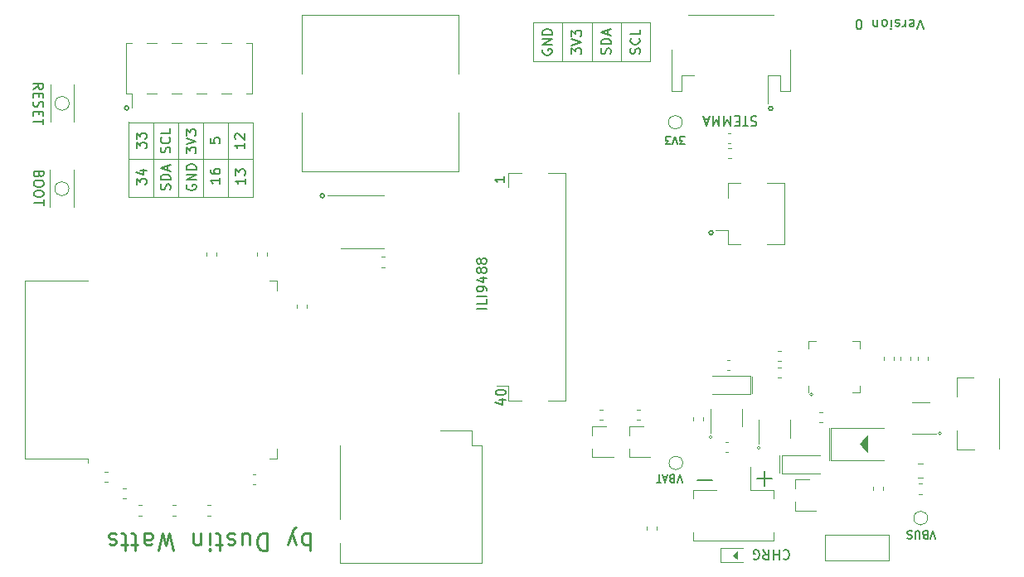
<source format=gbr>
%TF.GenerationSoftware,KiCad,Pcbnew,(5.1.6-0)*%
%TF.CreationDate,2020-10-12T19:17:27+02:00*%
%TF.ProjectId,ESP32_TFT,45535033-325f-4544-9654-2e6b69636164,rev?*%
%TF.SameCoordinates,Original*%
%TF.FileFunction,Legend,Top*%
%TF.FilePolarity,Positive*%
%FSLAX46Y46*%
G04 Gerber Fmt 4.6, Leading zero omitted, Abs format (unit mm)*
G04 Created by KiCad (PCBNEW (5.1.6-0)) date 2020-10-12 19:17:27*
%MOMM*%
%LPD*%
G01*
G04 APERTURE LIST*
%ADD10C,0.150000*%
%ADD11C,0.100000*%
%ADD12C,0.120000*%
%ADD13C,0.200000*%
%ADD14C,0.250000*%
G04 APERTURE END LIST*
D10*
X86535714Y-77095714D02*
X87202380Y-77095714D01*
X86154761Y-77333809D02*
X86869047Y-77571904D01*
X86869047Y-76952857D01*
X86202380Y-76381428D02*
X86202380Y-76286190D01*
X86250000Y-76190952D01*
X86297619Y-76143333D01*
X86392857Y-76095714D01*
X86583333Y-76048095D01*
X86821428Y-76048095D01*
X87011904Y-76095714D01*
X87107142Y-76143333D01*
X87154761Y-76190952D01*
X87202380Y-76286190D01*
X87202380Y-76381428D01*
X87154761Y-76476666D01*
X87107142Y-76524285D01*
X87011904Y-76571904D01*
X86821428Y-76619523D01*
X86583333Y-76619523D01*
X86392857Y-76571904D01*
X86297619Y-76524285D01*
X86250000Y-76476666D01*
X86202380Y-76381428D01*
X87102380Y-54254285D02*
X87102380Y-54825714D01*
X87102380Y-54540000D02*
X86102380Y-54540000D01*
X86245238Y-54635238D01*
X86340476Y-54730476D01*
X86388095Y-54825714D01*
X115564285Y-92532857D02*
X115611904Y-92485238D01*
X115754761Y-92437619D01*
X115850000Y-92437619D01*
X115992857Y-92485238D01*
X116088095Y-92580476D01*
X116135714Y-92675714D01*
X116183333Y-92866190D01*
X116183333Y-93009047D01*
X116135714Y-93199523D01*
X116088095Y-93294761D01*
X115992857Y-93390000D01*
X115850000Y-93437619D01*
X115754761Y-93437619D01*
X115611904Y-93390000D01*
X115564285Y-93342380D01*
X115135714Y-92437619D02*
X115135714Y-93437619D01*
X115135714Y-92961428D02*
X114564285Y-92961428D01*
X114564285Y-92437619D02*
X114564285Y-93437619D01*
X113516666Y-92437619D02*
X113850000Y-92913809D01*
X114088095Y-92437619D02*
X114088095Y-93437619D01*
X113707142Y-93437619D01*
X113611904Y-93390000D01*
X113564285Y-93342380D01*
X113516666Y-93247142D01*
X113516666Y-93104285D01*
X113564285Y-93009047D01*
X113611904Y-92961428D01*
X113707142Y-92913809D01*
X114088095Y-92913809D01*
X112564285Y-93390000D02*
X112659523Y-93437619D01*
X112802380Y-93437619D01*
X112945238Y-93390000D01*
X113040476Y-93294761D01*
X113088095Y-93199523D01*
X113135714Y-93009047D01*
X113135714Y-92866190D01*
X113088095Y-92675714D01*
X113040476Y-92580476D01*
X112945238Y-92485238D01*
X112802380Y-92437619D01*
X112707142Y-92437619D01*
X112564285Y-92485238D01*
X112516666Y-92532857D01*
X112516666Y-92866190D01*
X112707142Y-92866190D01*
D11*
G36*
X110850000Y-93370000D02*
G01*
X110460000Y-93000000D01*
X110850000Y-92610000D01*
X110850000Y-93370000D01*
G37*
X110850000Y-93370000D02*
X110460000Y-93000000D01*
X110850000Y-92610000D01*
X110850000Y-93370000D01*
G36*
X124130000Y-82380000D02*
G01*
X123440000Y-81610000D01*
X124130000Y-80800000D01*
X124130000Y-82380000D01*
G37*
X124130000Y-82380000D02*
X123440000Y-81610000D01*
X124130000Y-80800000D01*
X124130000Y-82380000D01*
D12*
X124150000Y-82460000D02*
X124150000Y-80740000D01*
X123430000Y-81640000D02*
X124150000Y-82460000D01*
X124150000Y-80740000D02*
X123410000Y-81610000D01*
X112410000Y-74700000D02*
X112410000Y-76420000D01*
X120210000Y-80010000D02*
X120210000Y-83270000D01*
X115200000Y-82810000D02*
X115200000Y-84530000D01*
D10*
X131106666Y-91308095D02*
X130840000Y-90508095D01*
X130573333Y-91308095D01*
X130040000Y-90927142D02*
X129925714Y-90889047D01*
X129887619Y-90850952D01*
X129849523Y-90774761D01*
X129849523Y-90660476D01*
X129887619Y-90584285D01*
X129925714Y-90546190D01*
X130001904Y-90508095D01*
X130306666Y-90508095D01*
X130306666Y-91308095D01*
X130040000Y-91308095D01*
X129963809Y-91270000D01*
X129925714Y-91231904D01*
X129887619Y-91155714D01*
X129887619Y-91079523D01*
X129925714Y-91003333D01*
X129963809Y-90965238D01*
X130040000Y-90927142D01*
X130306666Y-90927142D01*
X129506666Y-91308095D02*
X129506666Y-90660476D01*
X129468571Y-90584285D01*
X129430476Y-90546190D01*
X129354285Y-90508095D01*
X129201904Y-90508095D01*
X129125714Y-90546190D01*
X129087619Y-90584285D01*
X129049523Y-90660476D01*
X129049523Y-91308095D01*
X128706666Y-90546190D02*
X128592380Y-90508095D01*
X128401904Y-90508095D01*
X128325714Y-90546190D01*
X128287619Y-90584285D01*
X128249523Y-90660476D01*
X128249523Y-90736666D01*
X128287619Y-90812857D01*
X128325714Y-90850952D01*
X128401904Y-90889047D01*
X128554285Y-90927142D01*
X128630476Y-90965238D01*
X128668571Y-91003333D01*
X128706666Y-91079523D01*
X128706666Y-91155714D01*
X128668571Y-91231904D01*
X128630476Y-91270000D01*
X128554285Y-91308095D01*
X128363809Y-91308095D01*
X128249523Y-91270000D01*
X105254285Y-85528095D02*
X104987619Y-84728095D01*
X104720952Y-85528095D01*
X104187619Y-85147142D02*
X104073333Y-85109047D01*
X104035238Y-85070952D01*
X103997142Y-84994761D01*
X103997142Y-84880476D01*
X104035238Y-84804285D01*
X104073333Y-84766190D01*
X104149523Y-84728095D01*
X104454285Y-84728095D01*
X104454285Y-85528095D01*
X104187619Y-85528095D01*
X104111428Y-85490000D01*
X104073333Y-85451904D01*
X104035238Y-85375714D01*
X104035238Y-85299523D01*
X104073333Y-85223333D01*
X104111428Y-85185238D01*
X104187619Y-85147142D01*
X104454285Y-85147142D01*
X103692380Y-84956666D02*
X103311428Y-84956666D01*
X103768571Y-84728095D02*
X103501904Y-85528095D01*
X103235238Y-84728095D01*
X103082857Y-85528095D02*
X102625714Y-85528095D01*
X102854285Y-84728095D02*
X102854285Y-85528095D01*
X91000000Y-41261904D02*
X90952380Y-41357142D01*
X90952380Y-41500000D01*
X91000000Y-41642857D01*
X91095238Y-41738095D01*
X91190476Y-41785714D01*
X91380952Y-41833333D01*
X91523809Y-41833333D01*
X91714285Y-41785714D01*
X91809523Y-41738095D01*
X91904761Y-41642857D01*
X91952380Y-41500000D01*
X91952380Y-41404761D01*
X91904761Y-41261904D01*
X91857142Y-41214285D01*
X91523809Y-41214285D01*
X91523809Y-41404761D01*
X91952380Y-40785714D02*
X90952380Y-40785714D01*
X91952380Y-40214285D01*
X90952380Y-40214285D01*
X91952380Y-39738095D02*
X90952380Y-39738095D01*
X90952380Y-39500000D01*
X91000000Y-39357142D01*
X91095238Y-39261904D01*
X91190476Y-39214285D01*
X91380952Y-39166666D01*
X91523809Y-39166666D01*
X91714285Y-39214285D01*
X91809523Y-39261904D01*
X91904761Y-39357142D01*
X91952380Y-39500000D01*
X91952380Y-39738095D01*
X93952380Y-41738095D02*
X93952380Y-41119047D01*
X94333333Y-41452380D01*
X94333333Y-41309523D01*
X94380952Y-41214285D01*
X94428571Y-41166666D01*
X94523809Y-41119047D01*
X94761904Y-41119047D01*
X94857142Y-41166666D01*
X94904761Y-41214285D01*
X94952380Y-41309523D01*
X94952380Y-41595238D01*
X94904761Y-41690476D01*
X94857142Y-41738095D01*
X93952380Y-40833333D02*
X94952380Y-40500000D01*
X93952380Y-40166666D01*
X93952380Y-39928571D02*
X93952380Y-39309523D01*
X94333333Y-39642857D01*
X94333333Y-39500000D01*
X94380952Y-39404761D01*
X94428571Y-39357142D01*
X94523809Y-39309523D01*
X94761904Y-39309523D01*
X94857142Y-39357142D01*
X94904761Y-39404761D01*
X94952380Y-39500000D01*
X94952380Y-39785714D01*
X94904761Y-39880952D01*
X94857142Y-39928571D01*
X97904761Y-41714285D02*
X97952380Y-41571428D01*
X97952380Y-41333333D01*
X97904761Y-41238095D01*
X97857142Y-41190476D01*
X97761904Y-41142857D01*
X97666666Y-41142857D01*
X97571428Y-41190476D01*
X97523809Y-41238095D01*
X97476190Y-41333333D01*
X97428571Y-41523809D01*
X97380952Y-41619047D01*
X97333333Y-41666666D01*
X97238095Y-41714285D01*
X97142857Y-41714285D01*
X97047619Y-41666666D01*
X97000000Y-41619047D01*
X96952380Y-41523809D01*
X96952380Y-41285714D01*
X97000000Y-41142857D01*
X97952380Y-40714285D02*
X96952380Y-40714285D01*
X96952380Y-40476190D01*
X97000000Y-40333333D01*
X97095238Y-40238095D01*
X97190476Y-40190476D01*
X97380952Y-40142857D01*
X97523809Y-40142857D01*
X97714285Y-40190476D01*
X97809523Y-40238095D01*
X97904761Y-40333333D01*
X97952380Y-40476190D01*
X97952380Y-40714285D01*
X97666666Y-39761904D02*
X97666666Y-39285714D01*
X97952380Y-39857142D02*
X96952380Y-39523809D01*
X97952380Y-39190476D01*
X100904761Y-41690476D02*
X100952380Y-41547619D01*
X100952380Y-41309523D01*
X100904761Y-41214285D01*
X100857142Y-41166666D01*
X100761904Y-41119047D01*
X100666666Y-41119047D01*
X100571428Y-41166666D01*
X100523809Y-41214285D01*
X100476190Y-41309523D01*
X100428571Y-41500000D01*
X100380952Y-41595238D01*
X100333333Y-41642857D01*
X100238095Y-41690476D01*
X100142857Y-41690476D01*
X100047619Y-41642857D01*
X100000000Y-41595238D01*
X99952380Y-41500000D01*
X99952380Y-41261904D01*
X100000000Y-41119047D01*
X100857142Y-40119047D02*
X100904761Y-40166666D01*
X100952380Y-40309523D01*
X100952380Y-40404761D01*
X100904761Y-40547619D01*
X100809523Y-40642857D01*
X100714285Y-40690476D01*
X100523809Y-40738095D01*
X100380952Y-40738095D01*
X100190476Y-40690476D01*
X100095238Y-40642857D01*
X100000000Y-40547619D01*
X99952380Y-40404761D01*
X99952380Y-40309523D01*
X100000000Y-40166666D01*
X100047619Y-40119047D01*
X100952380Y-39214285D02*
X100952380Y-39690476D01*
X99952380Y-39690476D01*
D12*
X90000000Y-42500000D02*
X93000000Y-42500000D01*
X90000000Y-38500000D02*
X90000000Y-42500000D01*
X93000000Y-38500000D02*
X90000000Y-38500000D01*
X102000000Y-38500000D02*
X102000000Y-42500000D01*
X99000000Y-38500000D02*
X99000000Y-42500000D01*
X96000000Y-38500000D02*
X96000000Y-42500000D01*
X102000000Y-38500000D02*
X93000000Y-38500000D01*
X93000000Y-42500000D02*
X102000000Y-42500000D01*
X93000000Y-38500000D02*
X93000000Y-42500000D01*
D10*
X112858095Y-85162857D02*
X114381904Y-85162857D01*
X113620000Y-85924761D02*
X113620000Y-84400952D01*
X106748095Y-85302857D02*
X108271904Y-85302857D01*
D12*
X131722788Y-80530000D02*
G75*
G03*
X131722788Y-80530000I-162788J0D01*
G01*
X108302788Y-80880000D02*
G75*
G03*
X108302788Y-80880000I-162788J0D01*
G01*
X113212788Y-82000000D02*
G75*
G03*
X113212788Y-82000000I-162788J0D01*
G01*
X118612788Y-76540000D02*
G75*
G03*
X118612788Y-76540000I-162788J0D01*
G01*
D10*
X105490476Y-50938095D02*
X104995238Y-50938095D01*
X105261904Y-50633333D01*
X105147619Y-50633333D01*
X105071428Y-50595238D01*
X105033333Y-50557142D01*
X104995238Y-50480952D01*
X104995238Y-50290476D01*
X105033333Y-50214285D01*
X105071428Y-50176190D01*
X105147619Y-50138095D01*
X105376190Y-50138095D01*
X105452380Y-50176190D01*
X105490476Y-50214285D01*
X104766666Y-50938095D02*
X104500000Y-50138095D01*
X104233333Y-50938095D01*
X104042857Y-50938095D02*
X103547619Y-50938095D01*
X103814285Y-50633333D01*
X103700000Y-50633333D01*
X103623809Y-50595238D01*
X103585714Y-50557142D01*
X103547619Y-50480952D01*
X103547619Y-50290476D01*
X103585714Y-50214285D01*
X103623809Y-50176190D01*
X103700000Y-50138095D01*
X103928571Y-50138095D01*
X104004761Y-50176190D01*
X104042857Y-50214285D01*
D13*
X48715183Y-47250000D02*
G75*
G03*
X48715183Y-47250000I-205183J0D01*
G01*
X108395183Y-60010000D02*
G75*
G03*
X108395183Y-60010000I-205183J0D01*
G01*
X114485183Y-47290000D02*
G75*
G03*
X114485183Y-47290000I-205183J0D01*
G01*
X68695183Y-56220000D02*
G75*
G03*
X68695183Y-56220000I-205183J0D01*
G01*
D14*
X67252857Y-90725714D02*
X67252857Y-92525714D01*
X67252857Y-91840000D02*
X67081428Y-91925714D01*
X66738571Y-91925714D01*
X66567142Y-91840000D01*
X66481428Y-91754285D01*
X66395714Y-91582857D01*
X66395714Y-91068571D01*
X66481428Y-90897142D01*
X66567142Y-90811428D01*
X66738571Y-90725714D01*
X67081428Y-90725714D01*
X67252857Y-90811428D01*
X65795714Y-91925714D02*
X65367142Y-90725714D01*
X64938571Y-91925714D02*
X65367142Y-90725714D01*
X65538571Y-90297142D01*
X65624285Y-90211428D01*
X65795714Y-90125714D01*
X62881428Y-90725714D02*
X62881428Y-92525714D01*
X62452857Y-92525714D01*
X62195714Y-92440000D01*
X62024285Y-92268571D01*
X61938571Y-92097142D01*
X61852857Y-91754285D01*
X61852857Y-91497142D01*
X61938571Y-91154285D01*
X62024285Y-90982857D01*
X62195714Y-90811428D01*
X62452857Y-90725714D01*
X62881428Y-90725714D01*
X60310000Y-91925714D02*
X60310000Y-90725714D01*
X61081428Y-91925714D02*
X61081428Y-90982857D01*
X60995714Y-90811428D01*
X60824285Y-90725714D01*
X60567142Y-90725714D01*
X60395714Y-90811428D01*
X60310000Y-90897142D01*
X59538571Y-90811428D02*
X59367142Y-90725714D01*
X59024285Y-90725714D01*
X58852857Y-90811428D01*
X58767142Y-90982857D01*
X58767142Y-91068571D01*
X58852857Y-91240000D01*
X59024285Y-91325714D01*
X59281428Y-91325714D01*
X59452857Y-91411428D01*
X59538571Y-91582857D01*
X59538571Y-91668571D01*
X59452857Y-91840000D01*
X59281428Y-91925714D01*
X59024285Y-91925714D01*
X58852857Y-91840000D01*
X58252857Y-91925714D02*
X57567142Y-91925714D01*
X57995714Y-92525714D02*
X57995714Y-90982857D01*
X57910000Y-90811428D01*
X57738571Y-90725714D01*
X57567142Y-90725714D01*
X56967142Y-90725714D02*
X56967142Y-91925714D01*
X56967142Y-92525714D02*
X57052857Y-92440000D01*
X56967142Y-92354285D01*
X56881428Y-92440000D01*
X56967142Y-92525714D01*
X56967142Y-92354285D01*
X56110000Y-91925714D02*
X56110000Y-90725714D01*
X56110000Y-91754285D02*
X56024285Y-91840000D01*
X55852857Y-91925714D01*
X55595714Y-91925714D01*
X55424285Y-91840000D01*
X55338571Y-91668571D01*
X55338571Y-90725714D01*
X53281428Y-92525714D02*
X52852857Y-90725714D01*
X52510000Y-92011428D01*
X52167142Y-90725714D01*
X51738571Y-92525714D01*
X50281428Y-90725714D02*
X50281428Y-91668571D01*
X50367142Y-91840000D01*
X50538571Y-91925714D01*
X50881428Y-91925714D01*
X51052857Y-91840000D01*
X50281428Y-90811428D02*
X50452857Y-90725714D01*
X50881428Y-90725714D01*
X51052857Y-90811428D01*
X51138571Y-90982857D01*
X51138571Y-91154285D01*
X51052857Y-91325714D01*
X50881428Y-91411428D01*
X50452857Y-91411428D01*
X50281428Y-91497142D01*
X49681428Y-91925714D02*
X48995714Y-91925714D01*
X49424285Y-92525714D02*
X49424285Y-90982857D01*
X49338571Y-90811428D01*
X49167142Y-90725714D01*
X48995714Y-90725714D01*
X48652857Y-91925714D02*
X47967142Y-91925714D01*
X48395714Y-92525714D02*
X48395714Y-90982857D01*
X48310000Y-90811428D01*
X48138571Y-90725714D01*
X47967142Y-90725714D01*
X47452857Y-90811428D02*
X47281428Y-90725714D01*
X46938571Y-90725714D01*
X46767142Y-90811428D01*
X46681428Y-90982857D01*
X46681428Y-91068571D01*
X46767142Y-91240000D01*
X46938571Y-91325714D01*
X47195714Y-91325714D01*
X47367142Y-91411428D01*
X47452857Y-91582857D01*
X47452857Y-91668571D01*
X47367142Y-91840000D01*
X47195714Y-91925714D01*
X46938571Y-91925714D01*
X46767142Y-91840000D01*
D10*
X129866190Y-39207619D02*
X129532857Y-38207619D01*
X129199523Y-39207619D01*
X128485238Y-38255238D02*
X128580476Y-38207619D01*
X128770952Y-38207619D01*
X128866190Y-38255238D01*
X128913809Y-38350476D01*
X128913809Y-38731428D01*
X128866190Y-38826666D01*
X128770952Y-38874285D01*
X128580476Y-38874285D01*
X128485238Y-38826666D01*
X128437619Y-38731428D01*
X128437619Y-38636190D01*
X128913809Y-38540952D01*
X128009047Y-38207619D02*
X128009047Y-38874285D01*
X128009047Y-38683809D02*
X127961428Y-38779047D01*
X127913809Y-38826666D01*
X127818571Y-38874285D01*
X127723333Y-38874285D01*
X127437619Y-38255238D02*
X127342380Y-38207619D01*
X127151904Y-38207619D01*
X127056666Y-38255238D01*
X127009047Y-38350476D01*
X127009047Y-38398095D01*
X127056666Y-38493333D01*
X127151904Y-38540952D01*
X127294761Y-38540952D01*
X127390000Y-38588571D01*
X127437619Y-38683809D01*
X127437619Y-38731428D01*
X127390000Y-38826666D01*
X127294761Y-38874285D01*
X127151904Y-38874285D01*
X127056666Y-38826666D01*
X126580476Y-38207619D02*
X126580476Y-38874285D01*
X126580476Y-39207619D02*
X126628095Y-39160000D01*
X126580476Y-39112380D01*
X126532857Y-39160000D01*
X126580476Y-39207619D01*
X126580476Y-39112380D01*
X125961428Y-38207619D02*
X126056666Y-38255238D01*
X126104285Y-38302857D01*
X126151904Y-38398095D01*
X126151904Y-38683809D01*
X126104285Y-38779047D01*
X126056666Y-38826666D01*
X125961428Y-38874285D01*
X125818571Y-38874285D01*
X125723333Y-38826666D01*
X125675714Y-38779047D01*
X125628095Y-38683809D01*
X125628095Y-38398095D01*
X125675714Y-38302857D01*
X125723333Y-38255238D01*
X125818571Y-38207619D01*
X125961428Y-38207619D01*
X125199523Y-38874285D02*
X125199523Y-38207619D01*
X125199523Y-38779047D02*
X125151904Y-38826666D01*
X125056666Y-38874285D01*
X124913809Y-38874285D01*
X124818571Y-38826666D01*
X124770952Y-38731428D01*
X124770952Y-38207619D01*
X123342380Y-39207619D02*
X123247142Y-39207619D01*
X123151904Y-39160000D01*
X123104285Y-39112380D01*
X123056666Y-39017142D01*
X123009047Y-38826666D01*
X123009047Y-38588571D01*
X123056666Y-38398095D01*
X123104285Y-38302857D01*
X123151904Y-38255238D01*
X123247142Y-38207619D01*
X123342380Y-38207619D01*
X123437619Y-38255238D01*
X123485238Y-38302857D01*
X123532857Y-38398095D01*
X123580476Y-38588571D01*
X123580476Y-38826666D01*
X123532857Y-39017142D01*
X123485238Y-39112380D01*
X123437619Y-39160000D01*
X123342380Y-39207619D01*
X39007619Y-45307619D02*
X39483809Y-44974285D01*
X39007619Y-44736190D02*
X40007619Y-44736190D01*
X40007619Y-45117142D01*
X39960000Y-45212380D01*
X39912380Y-45260000D01*
X39817142Y-45307619D01*
X39674285Y-45307619D01*
X39579047Y-45260000D01*
X39531428Y-45212380D01*
X39483809Y-45117142D01*
X39483809Y-44736190D01*
X39531428Y-45736190D02*
X39531428Y-46069523D01*
X39007619Y-46212380D02*
X39007619Y-45736190D01*
X40007619Y-45736190D01*
X40007619Y-46212380D01*
X39055238Y-46593333D02*
X39007619Y-46736190D01*
X39007619Y-46974285D01*
X39055238Y-47069523D01*
X39102857Y-47117142D01*
X39198095Y-47164761D01*
X39293333Y-47164761D01*
X39388571Y-47117142D01*
X39436190Y-47069523D01*
X39483809Y-46974285D01*
X39531428Y-46783809D01*
X39579047Y-46688571D01*
X39626666Y-46640952D01*
X39721904Y-46593333D01*
X39817142Y-46593333D01*
X39912380Y-46640952D01*
X39960000Y-46688571D01*
X40007619Y-46783809D01*
X40007619Y-47021904D01*
X39960000Y-47164761D01*
X39531428Y-47593333D02*
X39531428Y-47926666D01*
X39007619Y-48069523D02*
X39007619Y-47593333D01*
X40007619Y-47593333D01*
X40007619Y-48069523D01*
X40007619Y-48355238D02*
X40007619Y-48926666D01*
X39007619Y-48640952D02*
X40007619Y-48640952D01*
X39571428Y-54022857D02*
X39523809Y-54165714D01*
X39476190Y-54213333D01*
X39380952Y-54260952D01*
X39238095Y-54260952D01*
X39142857Y-54213333D01*
X39095238Y-54165714D01*
X39047619Y-54070476D01*
X39047619Y-53689523D01*
X40047619Y-53689523D01*
X40047619Y-54022857D01*
X40000000Y-54118095D01*
X39952380Y-54165714D01*
X39857142Y-54213333D01*
X39761904Y-54213333D01*
X39666666Y-54165714D01*
X39619047Y-54118095D01*
X39571428Y-54022857D01*
X39571428Y-53689523D01*
X40047619Y-54880000D02*
X40047619Y-55070476D01*
X40000000Y-55165714D01*
X39904761Y-55260952D01*
X39714285Y-55308571D01*
X39380952Y-55308571D01*
X39190476Y-55260952D01*
X39095238Y-55165714D01*
X39047619Y-55070476D01*
X39047619Y-54880000D01*
X39095238Y-54784761D01*
X39190476Y-54689523D01*
X39380952Y-54641904D01*
X39714285Y-54641904D01*
X39904761Y-54689523D01*
X40000000Y-54784761D01*
X40047619Y-54880000D01*
X40047619Y-55927619D02*
X40047619Y-56118095D01*
X40000000Y-56213333D01*
X39904761Y-56308571D01*
X39714285Y-56356190D01*
X39380952Y-56356190D01*
X39190476Y-56308571D01*
X39095238Y-56213333D01*
X39047619Y-56118095D01*
X39047619Y-55927619D01*
X39095238Y-55832380D01*
X39190476Y-55737142D01*
X39380952Y-55689523D01*
X39714285Y-55689523D01*
X39904761Y-55737142D01*
X40000000Y-55832380D01*
X40047619Y-55927619D01*
X40047619Y-56641904D02*
X40047619Y-57213333D01*
X39047619Y-56927619D02*
X40047619Y-56927619D01*
X58062380Y-54400476D02*
X58062380Y-54971904D01*
X58062380Y-54686190D02*
X57062380Y-54686190D01*
X57205238Y-54781428D01*
X57300476Y-54876666D01*
X57348095Y-54971904D01*
X57062380Y-53543333D02*
X57062380Y-53733809D01*
X57110000Y-53829047D01*
X57157619Y-53876666D01*
X57300476Y-53971904D01*
X57490952Y-54019523D01*
X57871904Y-54019523D01*
X57967142Y-53971904D01*
X58014761Y-53924285D01*
X58062380Y-53829047D01*
X58062380Y-53638571D01*
X58014761Y-53543333D01*
X57967142Y-53495714D01*
X57871904Y-53448095D01*
X57633809Y-53448095D01*
X57538571Y-53495714D01*
X57490952Y-53543333D01*
X57443333Y-53638571D01*
X57443333Y-53829047D01*
X57490952Y-53924285D01*
X57538571Y-53971904D01*
X57633809Y-54019523D01*
X49532380Y-55079523D02*
X49532380Y-54460476D01*
X49913333Y-54793809D01*
X49913333Y-54650952D01*
X49960952Y-54555714D01*
X50008571Y-54508095D01*
X50103809Y-54460476D01*
X50341904Y-54460476D01*
X50437142Y-54508095D01*
X50484761Y-54555714D01*
X50532380Y-54650952D01*
X50532380Y-54936666D01*
X50484761Y-55031904D01*
X50437142Y-55079523D01*
X49865714Y-53603333D02*
X50532380Y-53603333D01*
X49484761Y-53841428D02*
X50199047Y-54079523D01*
X50199047Y-53460476D01*
X49532380Y-51379523D02*
X49532380Y-50760476D01*
X49913333Y-51093809D01*
X49913333Y-50950952D01*
X49960952Y-50855714D01*
X50008571Y-50808095D01*
X50103809Y-50760476D01*
X50341904Y-50760476D01*
X50437142Y-50808095D01*
X50484761Y-50855714D01*
X50532380Y-50950952D01*
X50532380Y-51236666D01*
X50484761Y-51331904D01*
X50437142Y-51379523D01*
X49532380Y-50427142D02*
X49532380Y-49808095D01*
X49913333Y-50141428D01*
X49913333Y-49998571D01*
X49960952Y-49903333D01*
X50008571Y-49855714D01*
X50103809Y-49808095D01*
X50341904Y-49808095D01*
X50437142Y-49855714D01*
X50484761Y-49903333D01*
X50532380Y-49998571D01*
X50532380Y-50284285D01*
X50484761Y-50379523D01*
X50437142Y-50427142D01*
X52924761Y-51820476D02*
X52972380Y-51677619D01*
X52972380Y-51439523D01*
X52924761Y-51344285D01*
X52877142Y-51296666D01*
X52781904Y-51249047D01*
X52686666Y-51249047D01*
X52591428Y-51296666D01*
X52543809Y-51344285D01*
X52496190Y-51439523D01*
X52448571Y-51630000D01*
X52400952Y-51725238D01*
X52353333Y-51772857D01*
X52258095Y-51820476D01*
X52162857Y-51820476D01*
X52067619Y-51772857D01*
X52020000Y-51725238D01*
X51972380Y-51630000D01*
X51972380Y-51391904D01*
X52020000Y-51249047D01*
X52877142Y-50249047D02*
X52924761Y-50296666D01*
X52972380Y-50439523D01*
X52972380Y-50534761D01*
X52924761Y-50677619D01*
X52829523Y-50772857D01*
X52734285Y-50820476D01*
X52543809Y-50868095D01*
X52400952Y-50868095D01*
X52210476Y-50820476D01*
X52115238Y-50772857D01*
X52020000Y-50677619D01*
X51972380Y-50534761D01*
X51972380Y-50439523D01*
X52020000Y-50296666D01*
X52067619Y-50249047D01*
X52972380Y-49344285D02*
X52972380Y-49820476D01*
X51972380Y-49820476D01*
X57062380Y-50331904D02*
X57062380Y-50808095D01*
X57538571Y-50855714D01*
X57490952Y-50808095D01*
X57443333Y-50712857D01*
X57443333Y-50474761D01*
X57490952Y-50379523D01*
X57538571Y-50331904D01*
X57633809Y-50284285D01*
X57871904Y-50284285D01*
X57967142Y-50331904D01*
X58014761Y-50379523D01*
X58062380Y-50474761D01*
X58062380Y-50712857D01*
X58014761Y-50808095D01*
X57967142Y-50855714D01*
X60552380Y-50820476D02*
X60552380Y-51391904D01*
X60552380Y-51106190D02*
X59552380Y-51106190D01*
X59695238Y-51201428D01*
X59790476Y-51296666D01*
X59838095Y-51391904D01*
X59647619Y-50439523D02*
X59600000Y-50391904D01*
X59552380Y-50296666D01*
X59552380Y-50058571D01*
X59600000Y-49963333D01*
X59647619Y-49915714D01*
X59742857Y-49868095D01*
X59838095Y-49868095D01*
X59980952Y-49915714D01*
X60552380Y-50487142D01*
X60552380Y-49868095D01*
X60622380Y-54460476D02*
X60622380Y-55031904D01*
X60622380Y-54746190D02*
X59622380Y-54746190D01*
X59765238Y-54841428D01*
X59860476Y-54936666D01*
X59908095Y-55031904D01*
X59622380Y-54127142D02*
X59622380Y-53508095D01*
X60003333Y-53841428D01*
X60003333Y-53698571D01*
X60050952Y-53603333D01*
X60098571Y-53555714D01*
X60193809Y-53508095D01*
X60431904Y-53508095D01*
X60527142Y-53555714D01*
X60574761Y-53603333D01*
X60622380Y-53698571D01*
X60622380Y-53984285D01*
X60574761Y-54079523D01*
X60527142Y-54127142D01*
X52944761Y-55604285D02*
X52992380Y-55461428D01*
X52992380Y-55223333D01*
X52944761Y-55128095D01*
X52897142Y-55080476D01*
X52801904Y-55032857D01*
X52706666Y-55032857D01*
X52611428Y-55080476D01*
X52563809Y-55128095D01*
X52516190Y-55223333D01*
X52468571Y-55413809D01*
X52420952Y-55509047D01*
X52373333Y-55556666D01*
X52278095Y-55604285D01*
X52182857Y-55604285D01*
X52087619Y-55556666D01*
X52040000Y-55509047D01*
X51992380Y-55413809D01*
X51992380Y-55175714D01*
X52040000Y-55032857D01*
X52992380Y-54604285D02*
X51992380Y-54604285D01*
X51992380Y-54366190D01*
X52040000Y-54223333D01*
X52135238Y-54128095D01*
X52230476Y-54080476D01*
X52420952Y-54032857D01*
X52563809Y-54032857D01*
X52754285Y-54080476D01*
X52849523Y-54128095D01*
X52944761Y-54223333D01*
X52992380Y-54366190D01*
X52992380Y-54604285D01*
X52706666Y-53651904D02*
X52706666Y-53175714D01*
X52992380Y-53747142D02*
X51992380Y-53413809D01*
X52992380Y-53080476D01*
X54670000Y-55091904D02*
X54622380Y-55187142D01*
X54622380Y-55330000D01*
X54670000Y-55472857D01*
X54765238Y-55568095D01*
X54860476Y-55615714D01*
X55050952Y-55663333D01*
X55193809Y-55663333D01*
X55384285Y-55615714D01*
X55479523Y-55568095D01*
X55574761Y-55472857D01*
X55622380Y-55330000D01*
X55622380Y-55234761D01*
X55574761Y-55091904D01*
X55527142Y-55044285D01*
X55193809Y-55044285D01*
X55193809Y-55234761D01*
X55622380Y-54615714D02*
X54622380Y-54615714D01*
X55622380Y-54044285D01*
X54622380Y-54044285D01*
X55622380Y-53568095D02*
X54622380Y-53568095D01*
X54622380Y-53330000D01*
X54670000Y-53187142D01*
X54765238Y-53091904D01*
X54860476Y-53044285D01*
X55050952Y-52996666D01*
X55193809Y-52996666D01*
X55384285Y-53044285D01*
X55479523Y-53091904D01*
X55574761Y-53187142D01*
X55622380Y-53330000D01*
X55622380Y-53568095D01*
X54602380Y-51878095D02*
X54602380Y-51259047D01*
X54983333Y-51592380D01*
X54983333Y-51449523D01*
X55030952Y-51354285D01*
X55078571Y-51306666D01*
X55173809Y-51259047D01*
X55411904Y-51259047D01*
X55507142Y-51306666D01*
X55554761Y-51354285D01*
X55602380Y-51449523D01*
X55602380Y-51735238D01*
X55554761Y-51830476D01*
X55507142Y-51878095D01*
X54602380Y-50973333D02*
X55602380Y-50640000D01*
X54602380Y-50306666D01*
X54602380Y-50068571D02*
X54602380Y-49449523D01*
X54983333Y-49782857D01*
X54983333Y-49640000D01*
X55030952Y-49544761D01*
X55078571Y-49497142D01*
X55173809Y-49449523D01*
X55411904Y-49449523D01*
X55507142Y-49497142D01*
X55554761Y-49544761D01*
X55602380Y-49640000D01*
X55602380Y-49925714D01*
X55554761Y-50020952D01*
X55507142Y-50068571D01*
D12*
X48720000Y-52480000D02*
X61390000Y-52480000D01*
X48720000Y-48670000D02*
X48720000Y-52480000D01*
X61400000Y-48700000D02*
X61400000Y-56320000D01*
X58860000Y-48700000D02*
X61400000Y-48700000D01*
X58860000Y-56320000D02*
X58860000Y-48700000D01*
X56320000Y-56320000D02*
X58860000Y-56320000D01*
X56320000Y-48700000D02*
X56320000Y-56320000D01*
X53780000Y-48700000D02*
X56320000Y-48700000D01*
X53780000Y-56320000D02*
X53780000Y-48700000D01*
X51240000Y-56320000D02*
X53780000Y-56320000D01*
X51240000Y-48700000D02*
X51240000Y-56320000D01*
X48700000Y-56320000D02*
X48700000Y-48700000D01*
X61400000Y-56320000D02*
X48700000Y-56320000D01*
X48700000Y-48700000D02*
X61400000Y-48700000D01*
D10*
X112840476Y-48145238D02*
X112697619Y-48097619D01*
X112459523Y-48097619D01*
X112364285Y-48145238D01*
X112316666Y-48192857D01*
X112269047Y-48288095D01*
X112269047Y-48383333D01*
X112316666Y-48478571D01*
X112364285Y-48526190D01*
X112459523Y-48573809D01*
X112650000Y-48621428D01*
X112745238Y-48669047D01*
X112792857Y-48716666D01*
X112840476Y-48811904D01*
X112840476Y-48907142D01*
X112792857Y-49002380D01*
X112745238Y-49050000D01*
X112650000Y-49097619D01*
X112411904Y-49097619D01*
X112269047Y-49050000D01*
X111983333Y-49097619D02*
X111411904Y-49097619D01*
X111697619Y-48097619D02*
X111697619Y-49097619D01*
X111078571Y-48621428D02*
X110745238Y-48621428D01*
X110602380Y-48097619D02*
X111078571Y-48097619D01*
X111078571Y-49097619D01*
X110602380Y-49097619D01*
X110173809Y-48097619D02*
X110173809Y-49097619D01*
X109840476Y-48383333D01*
X109507142Y-49097619D01*
X109507142Y-48097619D01*
X109030952Y-48097619D02*
X109030952Y-49097619D01*
X108697619Y-48383333D01*
X108364285Y-49097619D01*
X108364285Y-48097619D01*
X107935714Y-48383333D02*
X107459523Y-48383333D01*
X108030952Y-48097619D02*
X107697619Y-49097619D01*
X107364285Y-48097619D01*
X85288380Y-67757619D02*
X84288380Y-67757619D01*
X85288380Y-66805238D02*
X85288380Y-67281428D01*
X84288380Y-67281428D01*
X85288380Y-66471904D02*
X84288380Y-66471904D01*
X85288380Y-65948095D02*
X85288380Y-65757619D01*
X85240761Y-65662380D01*
X85193142Y-65614761D01*
X85050285Y-65519523D01*
X84859809Y-65471904D01*
X84478857Y-65471904D01*
X84383619Y-65519523D01*
X84336000Y-65567142D01*
X84288380Y-65662380D01*
X84288380Y-65852857D01*
X84336000Y-65948095D01*
X84383619Y-65995714D01*
X84478857Y-66043333D01*
X84716952Y-66043333D01*
X84812190Y-65995714D01*
X84859809Y-65948095D01*
X84907428Y-65852857D01*
X84907428Y-65662380D01*
X84859809Y-65567142D01*
X84812190Y-65519523D01*
X84716952Y-65471904D01*
X84621714Y-64614761D02*
X85288380Y-64614761D01*
X84240761Y-64852857D02*
X84955047Y-65090952D01*
X84955047Y-64471904D01*
X84716952Y-63948095D02*
X84669333Y-64043333D01*
X84621714Y-64090952D01*
X84526476Y-64138571D01*
X84478857Y-64138571D01*
X84383619Y-64090952D01*
X84336000Y-64043333D01*
X84288380Y-63948095D01*
X84288380Y-63757619D01*
X84336000Y-63662380D01*
X84383619Y-63614761D01*
X84478857Y-63567142D01*
X84526476Y-63567142D01*
X84621714Y-63614761D01*
X84669333Y-63662380D01*
X84716952Y-63757619D01*
X84716952Y-63948095D01*
X84764571Y-64043333D01*
X84812190Y-64090952D01*
X84907428Y-64138571D01*
X85097904Y-64138571D01*
X85193142Y-64090952D01*
X85240761Y-64043333D01*
X85288380Y-63948095D01*
X85288380Y-63757619D01*
X85240761Y-63662380D01*
X85193142Y-63614761D01*
X85097904Y-63567142D01*
X84907428Y-63567142D01*
X84812190Y-63614761D01*
X84764571Y-63662380D01*
X84716952Y-63757619D01*
X84716952Y-62995714D02*
X84669333Y-63090952D01*
X84621714Y-63138571D01*
X84526476Y-63186190D01*
X84478857Y-63186190D01*
X84383619Y-63138571D01*
X84336000Y-63090952D01*
X84288380Y-62995714D01*
X84288380Y-62805238D01*
X84336000Y-62710000D01*
X84383619Y-62662380D01*
X84478857Y-62614761D01*
X84526476Y-62614761D01*
X84621714Y-62662380D01*
X84669333Y-62710000D01*
X84716952Y-62805238D01*
X84716952Y-62995714D01*
X84764571Y-63090952D01*
X84812190Y-63138571D01*
X84907428Y-63186190D01*
X85097904Y-63186190D01*
X85193142Y-63138571D01*
X85240761Y-63090952D01*
X85288380Y-62995714D01*
X85288380Y-62805238D01*
X85240761Y-62710000D01*
X85193142Y-62662380D01*
X85097904Y-62614761D01*
X84907428Y-62614761D01*
X84812190Y-62662380D01*
X84764571Y-62710000D01*
X84716952Y-62805238D01*
D12*
%TO.C,J3*%
X106395000Y-91530000D02*
X106395000Y-90680000D01*
X114565000Y-91530000D02*
X106395000Y-91530000D01*
X114565000Y-90680000D02*
X114565000Y-91530000D01*
X106395000Y-86310000D02*
X108720000Y-86310000D01*
X106395000Y-87160000D02*
X106395000Y-86310000D01*
X112240000Y-86310000D02*
X112240000Y-83920000D01*
X114565000Y-86310000D02*
X112240000Y-86310000D01*
X114565000Y-87160000D02*
X114565000Y-86310000D01*
%TO.C,U6*%
X128690000Y-80530000D02*
X131140000Y-80530000D01*
X130490000Y-77310000D02*
X128690000Y-77310000D01*
%TO.C,F1*%
X129291422Y-85070000D02*
X129808578Y-85070000D01*
X129291422Y-83650000D02*
X129808578Y-83650000D01*
%TO.C,C10*%
X119592779Y-78400000D02*
X119267221Y-78400000D01*
X119592779Y-79420000D02*
X119267221Y-79420000D01*
%TO.C,C3*%
X129387221Y-86710000D02*
X129712779Y-86710000D01*
X129387221Y-85690000D02*
X129712779Y-85690000D01*
%TO.C,FPC1*%
X87500000Y-75670000D02*
X87500000Y-77160000D01*
X87500000Y-77160000D02*
X88840000Y-77160000D01*
X87500000Y-55350000D02*
X87500000Y-53860000D01*
X87500000Y-53860000D02*
X88840000Y-53860000D01*
X91560000Y-77160000D02*
X93300000Y-77160000D01*
X93300000Y-77160000D02*
X93300000Y-53860000D01*
X93300000Y-53860000D02*
X91560000Y-53860000D01*
X87500000Y-75670000D02*
X86300000Y-75670000D01*
%TO.C,SW3*%
X126350000Y-93520000D02*
X126350000Y-90920000D01*
X119850000Y-93520000D02*
X119850000Y-90920000D01*
X119850000Y-90920000D02*
X126350000Y-90920000D01*
X126350000Y-93520000D02*
X119850000Y-93520000D01*
%TO.C,LS1*%
X82400000Y-43700000D02*
X82400000Y-37700000D01*
X66400000Y-43700000D02*
X66400000Y-37700000D01*
X82400000Y-53700000D02*
X66400000Y-53700000D01*
X82400000Y-47700000D02*
X82400000Y-53700000D01*
X66400000Y-37700000D02*
X82400000Y-37700000D01*
X66400000Y-47700000D02*
X66400000Y-53700000D01*
%TO.C,SW1*%
X43100000Y-53600000D02*
X43100000Y-57400000D01*
X40700000Y-57400000D02*
X40700000Y-53600000D01*
X42621110Y-55500000D02*
G75*
G03*
X42621110Y-55500000I-721110J0D01*
G01*
%TO.C,SW2*%
X40730000Y-48675000D02*
X40730000Y-44875000D01*
X43130000Y-44875000D02*
X43130000Y-48675000D01*
X42651110Y-46775000D02*
G75*
G03*
X42651110Y-46775000I-721110J0D01*
G01*
%TO.C,J1*%
X137600000Y-82110000D02*
X137600000Y-74900000D01*
X133300000Y-82150000D02*
X133300000Y-80190000D01*
X133340000Y-82160000D02*
X135030000Y-82160000D01*
X133300000Y-74840000D02*
X134990000Y-74840000D01*
X133300000Y-76800000D02*
X133300000Y-74840000D01*
%TO.C,J2*%
X58200000Y-40600000D02*
X59220000Y-40600000D01*
X58200000Y-45800000D02*
X59220000Y-45800000D01*
X55660000Y-40600000D02*
X56680000Y-40600000D01*
X55660000Y-45800000D02*
X56680000Y-45800000D01*
X53120000Y-40600000D02*
X54140000Y-40600000D01*
X53120000Y-45800000D02*
X54140000Y-45800000D01*
X50580000Y-40600000D02*
X51600000Y-40600000D01*
X50580000Y-45800000D02*
X51600000Y-45800000D01*
X60740000Y-40600000D02*
X61310000Y-40600000D01*
X60740000Y-45800000D02*
X61310000Y-45800000D01*
X48490000Y-40600000D02*
X49060000Y-40600000D01*
X48490000Y-45800000D02*
X49060000Y-45800000D01*
X49060000Y-47240000D02*
X49060000Y-45800000D01*
X61310000Y-45800000D02*
X61310000Y-40600000D01*
X48490000Y-45800000D02*
X48490000Y-40600000D01*
%TO.C,U4*%
X44555000Y-83120000D02*
X44555000Y-83500000D01*
X38135000Y-83120000D02*
X44555000Y-83120000D01*
X38135000Y-64880000D02*
X44555000Y-64880000D01*
X38135000Y-83120000D02*
X38135000Y-64880000D01*
X63880000Y-64880000D02*
X63880000Y-65880000D01*
X63100000Y-64880000D02*
X63880000Y-64880000D01*
X63880000Y-83120000D02*
X63880000Y-82120000D01*
X63100000Y-83120000D02*
X63880000Y-83120000D01*
%TO.C,C1*%
X128580000Y-73032779D02*
X128580000Y-72707221D01*
X127560000Y-73032779D02*
X127560000Y-72707221D01*
%TO.C,C2*%
X74862779Y-63510000D02*
X74537221Y-63510000D01*
X74862779Y-62490000D02*
X74537221Y-62490000D01*
%TO.C,C4*%
X119330000Y-82745000D02*
X115420000Y-82745000D01*
X115420000Y-82745000D02*
X115420000Y-84615000D01*
X115420000Y-84615000D02*
X119330000Y-84615000D01*
%TO.C,C5*%
X112200000Y-74635000D02*
X108290000Y-74635000D01*
X112200000Y-76505000D02*
X112200000Y-74635000D01*
X108290000Y-76505000D02*
X112200000Y-76505000D01*
%TO.C,C6*%
X46582779Y-84470000D02*
X46257221Y-84470000D01*
X46582779Y-85490000D02*
X46257221Y-85490000D01*
%TO.C,C7*%
X110122779Y-73000000D02*
X109797221Y-73000000D01*
X110122779Y-74020000D02*
X109797221Y-74020000D01*
%TO.C,C8*%
X49737221Y-88910000D02*
X50062779Y-88910000D01*
X49737221Y-87890000D02*
X50062779Y-87890000D01*
%TO.C,C9*%
X109962779Y-82430000D02*
X109637221Y-82430000D01*
X109962779Y-81410000D02*
X109637221Y-81410000D01*
%TO.C,D1*%
X120450000Y-79980000D02*
X125850000Y-79980000D01*
X120450000Y-83280000D02*
X125850000Y-83280000D01*
X120450000Y-79980000D02*
X120450000Y-83280000D01*
%TO.C,D2*%
X109185000Y-93695000D02*
X111470000Y-93695000D01*
X109185000Y-92225000D02*
X109185000Y-93695000D01*
X111470000Y-92225000D02*
X109185000Y-92225000D01*
%TO.C,FPC2*%
X109880000Y-59730000D02*
X108680000Y-59730000D01*
X115680000Y-54920000D02*
X113940000Y-54920000D01*
X115680000Y-61220000D02*
X115680000Y-54920000D01*
X113940000Y-61220000D02*
X115680000Y-61220000D01*
X109880000Y-54920000D02*
X111220000Y-54920000D01*
X109880000Y-56410000D02*
X109880000Y-54920000D01*
X109880000Y-61220000D02*
X111220000Y-61220000D01*
X109880000Y-59730000D02*
X109880000Y-61220000D01*
%TO.C,Q1*%
X99840000Y-79820000D02*
X99840000Y-80750000D01*
X99840000Y-82980000D02*
X99840000Y-82050000D01*
X99840000Y-82980000D02*
X102000000Y-82980000D01*
X99840000Y-79820000D02*
X101300000Y-79820000D01*
%TO.C,Q2*%
X96040000Y-79820000D02*
X97500000Y-79820000D01*
X96040000Y-82980000D02*
X98200000Y-82980000D01*
X96040000Y-82980000D02*
X96040000Y-82050000D01*
X96040000Y-79820000D02*
X96040000Y-80750000D01*
%TO.C,Q3*%
X116770000Y-85240000D02*
X118230000Y-85240000D01*
X116770000Y-88400000D02*
X118930000Y-88400000D01*
X116770000Y-88400000D02*
X116770000Y-87470000D01*
X116770000Y-85240000D02*
X116770000Y-86170000D01*
%TO.C,R1*%
X125860000Y-72707221D02*
X125860000Y-73032779D01*
X126880000Y-72707221D02*
X126880000Y-73032779D01*
%TO.C,R2*%
X129270000Y-73042779D02*
X129270000Y-72717221D01*
X130290000Y-73042779D02*
X130290000Y-72717221D01*
%TO.C,R3*%
X115007221Y-72100000D02*
X115332779Y-72100000D01*
X115007221Y-73120000D02*
X115332779Y-73120000D01*
%TO.C,R4*%
X115007221Y-74820000D02*
X115332779Y-74820000D01*
X115007221Y-73800000D02*
X115332779Y-73800000D01*
%TO.C,R5*%
X96824721Y-79110000D02*
X97150279Y-79110000D01*
X96824721Y-78090000D02*
X97150279Y-78090000D01*
%TO.C,R6*%
X100637221Y-78090000D02*
X100962779Y-78090000D01*
X100637221Y-79110000D02*
X100962779Y-79110000D01*
%TO.C,R7*%
X61377221Y-84710000D02*
X61702779Y-84710000D01*
X61377221Y-85730000D02*
X61702779Y-85730000D01*
%TO.C,R8*%
X48137221Y-87210000D02*
X48462779Y-87210000D01*
X48137221Y-86190000D02*
X48462779Y-86190000D01*
%TO.C,R9*%
X124740000Y-85987221D02*
X124740000Y-86312779D01*
X125760000Y-85987221D02*
X125760000Y-86312779D01*
%TO.C,R10*%
X62810000Y-62037221D02*
X62810000Y-62362779D01*
X61790000Y-62037221D02*
X61790000Y-62362779D01*
%TO.C,R11*%
X56690000Y-62037221D02*
X56690000Y-62362779D01*
X57710000Y-62037221D02*
X57710000Y-62362779D01*
%TO.C,R12*%
X66920000Y-67397221D02*
X66920000Y-67722779D01*
X65900000Y-67397221D02*
X65900000Y-67722779D01*
%TO.C,R13*%
X102660000Y-90412779D02*
X102660000Y-90087221D01*
X101640000Y-90412779D02*
X101640000Y-90087221D01*
%TO.C,R14*%
X57062779Y-87890000D02*
X56737221Y-87890000D01*
X57062779Y-88910000D02*
X56737221Y-88910000D01*
%TO.C,R15*%
X53562779Y-88910000D02*
X53237221Y-88910000D01*
X53562779Y-87890000D02*
X53237221Y-87890000D01*
%TO.C,Rprog1*%
X107380000Y-78847221D02*
X107380000Y-79172779D01*
X106360000Y-78847221D02*
X106360000Y-79172779D01*
%TO.C,U1*%
X118160000Y-75615000D02*
X118160000Y-76340000D01*
X123380000Y-71120000D02*
X122655000Y-71120000D01*
X123380000Y-71845000D02*
X123380000Y-71120000D01*
X123380000Y-76340000D02*
X122655000Y-76340000D01*
X123380000Y-75615000D02*
X123380000Y-76340000D01*
X118160000Y-71120000D02*
X118885000Y-71120000D01*
X118160000Y-71845000D02*
X118160000Y-71120000D01*
%TO.C,U2*%
X72600000Y-56165000D02*
X69000000Y-56165000D01*
X72600000Y-56165000D02*
X74800000Y-56165000D01*
X72600000Y-61635000D02*
X70400000Y-61635000D01*
X72600000Y-61635000D02*
X74800000Y-61635000D01*
%TO.C,U3*%
X116270000Y-80970000D02*
X116270000Y-79170000D01*
X113050000Y-79170000D02*
X113050000Y-81620000D01*
%TO.C,U5*%
X108130000Y-78030000D02*
X108130000Y-80480000D01*
X111350000Y-79830000D02*
X111350000Y-78030000D01*
%TO.C,R16*%
X109887221Y-50850000D02*
X110212779Y-50850000D01*
X109887221Y-49830000D02*
X110212779Y-49830000D01*
%TO.C,R17*%
X109907221Y-51360000D02*
X110232779Y-51360000D01*
X109907221Y-52380000D02*
X110232779Y-52380000D01*
%TO.C,J4*%
X114540000Y-37690000D02*
X105860000Y-37690000D01*
X105160000Y-43910000D02*
X106440000Y-43910000D01*
X105160000Y-45510000D02*
X105160000Y-43910000D01*
X104140000Y-45510000D02*
X105160000Y-45510000D01*
X104140000Y-41260000D02*
X104140000Y-45510000D01*
X113960000Y-43910000D02*
X113960000Y-46800000D01*
X115240000Y-43910000D02*
X113960000Y-43910000D01*
X115240000Y-45510000D02*
X115240000Y-43910000D01*
X116260000Y-45510000D02*
X115240000Y-45510000D01*
X116260000Y-41260000D02*
X116260000Y-45510000D01*
%TO.C,TP1*%
X130300000Y-89190000D02*
G75*
G03*
X130300000Y-89190000I-700000J0D01*
G01*
%TO.C,TP2*%
X105250000Y-48700000D02*
G75*
G03*
X105250000Y-48700000I-700000J0D01*
G01*
%TO.C,TP3*%
X105300000Y-83550000D02*
G75*
G03*
X105300000Y-83550000I-700000J0D01*
G01*
%TO.C,SD1*%
X84775001Y-93750000D02*
X84775001Y-89250000D01*
X70275001Y-93750000D02*
X84775001Y-93750000D01*
X70275001Y-91750000D02*
X70275001Y-93750000D01*
X83775001Y-81750000D02*
X83775001Y-80250000D01*
X84775001Y-81750000D02*
X83775001Y-81750000D01*
X84775001Y-81750000D02*
X84775001Y-89250000D01*
X80525001Y-80250000D02*
X83775001Y-80250000D01*
X70275001Y-81750000D02*
X70275001Y-89250000D01*
%TD*%
M02*

</source>
